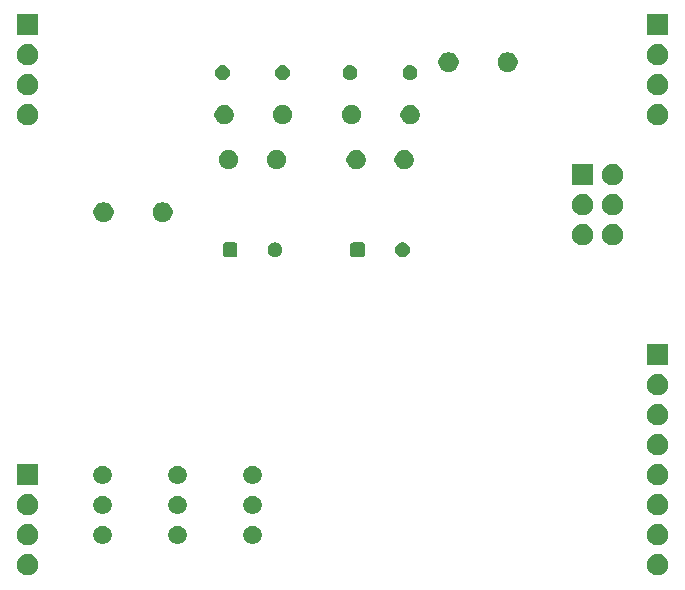
<source format=gbr>
G04 #@! TF.GenerationSoftware,KiCad,Pcbnew,5.1.6-c6e7f7d~87~ubuntu18.04.1*
G04 #@! TF.CreationDate,2020-08-01T20:03:32-04:00*
G04 #@! TF.ProjectId,mutron_III_plug_in_board,6d757472-6f6e-45f4-9949-495f706c7567,rev?*
G04 #@! TF.SameCoordinates,Original*
G04 #@! TF.FileFunction,Soldermask,Bot*
G04 #@! TF.FilePolarity,Negative*
%FSLAX46Y46*%
G04 Gerber Fmt 4.6, Leading zero omitted, Abs format (unit mm)*
G04 Created by KiCad (PCBNEW 5.1.6-c6e7f7d~87~ubuntu18.04.1) date 2020-08-01 20:03:32*
%MOMM*%
%LPD*%
G01*
G04 APERTURE LIST*
%ADD10C,0.100000*%
G04 APERTURE END LIST*
D10*
G36*
X157593512Y-98163927D02*
G01*
X157742812Y-98193624D01*
X157906784Y-98261544D01*
X158054354Y-98360147D01*
X158179853Y-98485646D01*
X158278456Y-98633216D01*
X158346376Y-98797188D01*
X158381000Y-98971259D01*
X158381000Y-99148741D01*
X158346376Y-99322812D01*
X158278456Y-99486784D01*
X158179853Y-99634354D01*
X158054354Y-99759853D01*
X157906784Y-99858456D01*
X157742812Y-99926376D01*
X157593512Y-99956073D01*
X157568742Y-99961000D01*
X157391258Y-99961000D01*
X157366488Y-99956073D01*
X157217188Y-99926376D01*
X157053216Y-99858456D01*
X156905646Y-99759853D01*
X156780147Y-99634354D01*
X156681544Y-99486784D01*
X156613624Y-99322812D01*
X156579000Y-99148741D01*
X156579000Y-98971259D01*
X156613624Y-98797188D01*
X156681544Y-98633216D01*
X156780147Y-98485646D01*
X156905646Y-98360147D01*
X157053216Y-98261544D01*
X157217188Y-98193624D01*
X157366488Y-98163927D01*
X157391258Y-98159000D01*
X157568742Y-98159000D01*
X157593512Y-98163927D01*
G37*
G36*
X104253512Y-98163927D02*
G01*
X104402812Y-98193624D01*
X104566784Y-98261544D01*
X104714354Y-98360147D01*
X104839853Y-98485646D01*
X104938456Y-98633216D01*
X105006376Y-98797188D01*
X105041000Y-98971259D01*
X105041000Y-99148741D01*
X105006376Y-99322812D01*
X104938456Y-99486784D01*
X104839853Y-99634354D01*
X104714354Y-99759853D01*
X104566784Y-99858456D01*
X104402812Y-99926376D01*
X104253512Y-99956073D01*
X104228742Y-99961000D01*
X104051258Y-99961000D01*
X104026488Y-99956073D01*
X103877188Y-99926376D01*
X103713216Y-99858456D01*
X103565646Y-99759853D01*
X103440147Y-99634354D01*
X103341544Y-99486784D01*
X103273624Y-99322812D01*
X103239000Y-99148741D01*
X103239000Y-98971259D01*
X103273624Y-98797188D01*
X103341544Y-98633216D01*
X103440147Y-98485646D01*
X103565646Y-98360147D01*
X103713216Y-98261544D01*
X103877188Y-98193624D01*
X104026488Y-98163927D01*
X104051258Y-98159000D01*
X104228742Y-98159000D01*
X104253512Y-98163927D01*
G37*
G36*
X104253512Y-95623927D02*
G01*
X104402812Y-95653624D01*
X104566784Y-95721544D01*
X104714354Y-95820147D01*
X104839853Y-95945646D01*
X104938456Y-96093216D01*
X105006376Y-96257188D01*
X105041000Y-96431259D01*
X105041000Y-96608741D01*
X105006376Y-96782812D01*
X104938456Y-96946784D01*
X104839853Y-97094354D01*
X104714354Y-97219853D01*
X104566784Y-97318456D01*
X104402812Y-97386376D01*
X104253512Y-97416073D01*
X104228742Y-97421000D01*
X104051258Y-97421000D01*
X104026488Y-97416073D01*
X103877188Y-97386376D01*
X103713216Y-97318456D01*
X103565646Y-97219853D01*
X103440147Y-97094354D01*
X103341544Y-96946784D01*
X103273624Y-96782812D01*
X103239000Y-96608741D01*
X103239000Y-96431259D01*
X103273624Y-96257188D01*
X103341544Y-96093216D01*
X103440147Y-95945646D01*
X103565646Y-95820147D01*
X103713216Y-95721544D01*
X103877188Y-95653624D01*
X104026488Y-95623927D01*
X104051258Y-95619000D01*
X104228742Y-95619000D01*
X104253512Y-95623927D01*
G37*
G36*
X157593512Y-95623927D02*
G01*
X157742812Y-95653624D01*
X157906784Y-95721544D01*
X158054354Y-95820147D01*
X158179853Y-95945646D01*
X158278456Y-96093216D01*
X158346376Y-96257188D01*
X158381000Y-96431259D01*
X158381000Y-96608741D01*
X158346376Y-96782812D01*
X158278456Y-96946784D01*
X158179853Y-97094354D01*
X158054354Y-97219853D01*
X157906784Y-97318456D01*
X157742812Y-97386376D01*
X157593512Y-97416073D01*
X157568742Y-97421000D01*
X157391258Y-97421000D01*
X157366488Y-97416073D01*
X157217188Y-97386376D01*
X157053216Y-97318456D01*
X156905646Y-97219853D01*
X156780147Y-97094354D01*
X156681544Y-96946784D01*
X156613624Y-96782812D01*
X156579000Y-96608741D01*
X156579000Y-96431259D01*
X156613624Y-96257188D01*
X156681544Y-96093216D01*
X156780147Y-95945646D01*
X156905646Y-95820147D01*
X157053216Y-95721544D01*
X157217188Y-95653624D01*
X157366488Y-95623927D01*
X157391258Y-95619000D01*
X157568742Y-95619000D01*
X157593512Y-95623927D01*
G37*
G36*
X116965589Y-95758876D02*
G01*
X117064893Y-95778629D01*
X117205206Y-95836748D01*
X117331484Y-95921125D01*
X117438875Y-96028516D01*
X117523252Y-96154794D01*
X117581371Y-96295107D01*
X117611000Y-96444063D01*
X117611000Y-96595937D01*
X117581371Y-96744893D01*
X117523252Y-96885206D01*
X117438875Y-97011484D01*
X117331484Y-97118875D01*
X117205206Y-97203252D01*
X117064893Y-97261371D01*
X116965589Y-97281124D01*
X116915938Y-97291000D01*
X116764062Y-97291000D01*
X116714411Y-97281124D01*
X116615107Y-97261371D01*
X116474794Y-97203252D01*
X116348516Y-97118875D01*
X116241125Y-97011484D01*
X116156748Y-96885206D01*
X116098629Y-96744893D01*
X116069000Y-96595937D01*
X116069000Y-96444063D01*
X116098629Y-96295107D01*
X116156748Y-96154794D01*
X116241125Y-96028516D01*
X116348516Y-95921125D01*
X116474794Y-95836748D01*
X116615107Y-95778629D01*
X116714411Y-95758876D01*
X116764062Y-95749000D01*
X116915938Y-95749000D01*
X116965589Y-95758876D01*
G37*
G36*
X110615589Y-95758876D02*
G01*
X110714893Y-95778629D01*
X110855206Y-95836748D01*
X110981484Y-95921125D01*
X111088875Y-96028516D01*
X111173252Y-96154794D01*
X111231371Y-96295107D01*
X111261000Y-96444063D01*
X111261000Y-96595937D01*
X111231371Y-96744893D01*
X111173252Y-96885206D01*
X111088875Y-97011484D01*
X110981484Y-97118875D01*
X110855206Y-97203252D01*
X110714893Y-97261371D01*
X110615589Y-97281124D01*
X110565938Y-97291000D01*
X110414062Y-97291000D01*
X110364411Y-97281124D01*
X110265107Y-97261371D01*
X110124794Y-97203252D01*
X109998516Y-97118875D01*
X109891125Y-97011484D01*
X109806748Y-96885206D01*
X109748629Y-96744893D01*
X109719000Y-96595937D01*
X109719000Y-96444063D01*
X109748629Y-96295107D01*
X109806748Y-96154794D01*
X109891125Y-96028516D01*
X109998516Y-95921125D01*
X110124794Y-95836748D01*
X110265107Y-95778629D01*
X110364411Y-95758876D01*
X110414062Y-95749000D01*
X110565938Y-95749000D01*
X110615589Y-95758876D01*
G37*
G36*
X123315589Y-95758876D02*
G01*
X123414893Y-95778629D01*
X123555206Y-95836748D01*
X123681484Y-95921125D01*
X123788875Y-96028516D01*
X123873252Y-96154794D01*
X123931371Y-96295107D01*
X123961000Y-96444063D01*
X123961000Y-96595937D01*
X123931371Y-96744893D01*
X123873252Y-96885206D01*
X123788875Y-97011484D01*
X123681484Y-97118875D01*
X123555206Y-97203252D01*
X123414893Y-97261371D01*
X123315589Y-97281124D01*
X123265938Y-97291000D01*
X123114062Y-97291000D01*
X123064411Y-97281124D01*
X122965107Y-97261371D01*
X122824794Y-97203252D01*
X122698516Y-97118875D01*
X122591125Y-97011484D01*
X122506748Y-96885206D01*
X122448629Y-96744893D01*
X122419000Y-96595937D01*
X122419000Y-96444063D01*
X122448629Y-96295107D01*
X122506748Y-96154794D01*
X122591125Y-96028516D01*
X122698516Y-95921125D01*
X122824794Y-95836748D01*
X122965107Y-95778629D01*
X123064411Y-95758876D01*
X123114062Y-95749000D01*
X123265938Y-95749000D01*
X123315589Y-95758876D01*
G37*
G36*
X104253512Y-93083927D02*
G01*
X104402812Y-93113624D01*
X104566784Y-93181544D01*
X104714354Y-93280147D01*
X104839853Y-93405646D01*
X104938456Y-93553216D01*
X105006376Y-93717188D01*
X105041000Y-93891259D01*
X105041000Y-94068741D01*
X105006376Y-94242812D01*
X104938456Y-94406784D01*
X104839853Y-94554354D01*
X104714354Y-94679853D01*
X104566784Y-94778456D01*
X104402812Y-94846376D01*
X104253512Y-94876073D01*
X104228742Y-94881000D01*
X104051258Y-94881000D01*
X104026488Y-94876073D01*
X103877188Y-94846376D01*
X103713216Y-94778456D01*
X103565646Y-94679853D01*
X103440147Y-94554354D01*
X103341544Y-94406784D01*
X103273624Y-94242812D01*
X103239000Y-94068741D01*
X103239000Y-93891259D01*
X103273624Y-93717188D01*
X103341544Y-93553216D01*
X103440147Y-93405646D01*
X103565646Y-93280147D01*
X103713216Y-93181544D01*
X103877188Y-93113624D01*
X104026488Y-93083927D01*
X104051258Y-93079000D01*
X104228742Y-93079000D01*
X104253512Y-93083927D01*
G37*
G36*
X157593512Y-93083927D02*
G01*
X157742812Y-93113624D01*
X157906784Y-93181544D01*
X158054354Y-93280147D01*
X158179853Y-93405646D01*
X158278456Y-93553216D01*
X158346376Y-93717188D01*
X158381000Y-93891259D01*
X158381000Y-94068741D01*
X158346376Y-94242812D01*
X158278456Y-94406784D01*
X158179853Y-94554354D01*
X158054354Y-94679853D01*
X157906784Y-94778456D01*
X157742812Y-94846376D01*
X157593512Y-94876073D01*
X157568742Y-94881000D01*
X157391258Y-94881000D01*
X157366488Y-94876073D01*
X157217188Y-94846376D01*
X157053216Y-94778456D01*
X156905646Y-94679853D01*
X156780147Y-94554354D01*
X156681544Y-94406784D01*
X156613624Y-94242812D01*
X156579000Y-94068741D01*
X156579000Y-93891259D01*
X156613624Y-93717188D01*
X156681544Y-93553216D01*
X156780147Y-93405646D01*
X156905646Y-93280147D01*
X157053216Y-93181544D01*
X157217188Y-93113624D01*
X157366488Y-93083927D01*
X157391258Y-93079000D01*
X157568742Y-93079000D01*
X157593512Y-93083927D01*
G37*
G36*
X110615589Y-93218876D02*
G01*
X110714893Y-93238629D01*
X110855206Y-93296748D01*
X110981484Y-93381125D01*
X111088875Y-93488516D01*
X111173252Y-93614794D01*
X111231371Y-93755107D01*
X111261000Y-93904063D01*
X111261000Y-94055937D01*
X111231371Y-94204893D01*
X111173252Y-94345206D01*
X111088875Y-94471484D01*
X110981484Y-94578875D01*
X110855206Y-94663252D01*
X110714893Y-94721371D01*
X110615589Y-94741124D01*
X110565938Y-94751000D01*
X110414062Y-94751000D01*
X110364411Y-94741124D01*
X110265107Y-94721371D01*
X110124794Y-94663252D01*
X109998516Y-94578875D01*
X109891125Y-94471484D01*
X109806748Y-94345206D01*
X109748629Y-94204893D01*
X109719000Y-94055937D01*
X109719000Y-93904063D01*
X109748629Y-93755107D01*
X109806748Y-93614794D01*
X109891125Y-93488516D01*
X109998516Y-93381125D01*
X110124794Y-93296748D01*
X110265107Y-93238629D01*
X110364411Y-93218876D01*
X110414062Y-93209000D01*
X110565938Y-93209000D01*
X110615589Y-93218876D01*
G37*
G36*
X116965589Y-93218876D02*
G01*
X117064893Y-93238629D01*
X117205206Y-93296748D01*
X117331484Y-93381125D01*
X117438875Y-93488516D01*
X117523252Y-93614794D01*
X117581371Y-93755107D01*
X117611000Y-93904063D01*
X117611000Y-94055937D01*
X117581371Y-94204893D01*
X117523252Y-94345206D01*
X117438875Y-94471484D01*
X117331484Y-94578875D01*
X117205206Y-94663252D01*
X117064893Y-94721371D01*
X116965589Y-94741124D01*
X116915938Y-94751000D01*
X116764062Y-94751000D01*
X116714411Y-94741124D01*
X116615107Y-94721371D01*
X116474794Y-94663252D01*
X116348516Y-94578875D01*
X116241125Y-94471484D01*
X116156748Y-94345206D01*
X116098629Y-94204893D01*
X116069000Y-94055937D01*
X116069000Y-93904063D01*
X116098629Y-93755107D01*
X116156748Y-93614794D01*
X116241125Y-93488516D01*
X116348516Y-93381125D01*
X116474794Y-93296748D01*
X116615107Y-93238629D01*
X116714411Y-93218876D01*
X116764062Y-93209000D01*
X116915938Y-93209000D01*
X116965589Y-93218876D01*
G37*
G36*
X123315589Y-93218876D02*
G01*
X123414893Y-93238629D01*
X123555206Y-93296748D01*
X123681484Y-93381125D01*
X123788875Y-93488516D01*
X123873252Y-93614794D01*
X123931371Y-93755107D01*
X123961000Y-93904063D01*
X123961000Y-94055937D01*
X123931371Y-94204893D01*
X123873252Y-94345206D01*
X123788875Y-94471484D01*
X123681484Y-94578875D01*
X123555206Y-94663252D01*
X123414893Y-94721371D01*
X123315589Y-94741124D01*
X123265938Y-94751000D01*
X123114062Y-94751000D01*
X123064411Y-94741124D01*
X122965107Y-94721371D01*
X122824794Y-94663252D01*
X122698516Y-94578875D01*
X122591125Y-94471484D01*
X122506748Y-94345206D01*
X122448629Y-94204893D01*
X122419000Y-94055937D01*
X122419000Y-93904063D01*
X122448629Y-93755107D01*
X122506748Y-93614794D01*
X122591125Y-93488516D01*
X122698516Y-93381125D01*
X122824794Y-93296748D01*
X122965107Y-93238629D01*
X123064411Y-93218876D01*
X123114062Y-93209000D01*
X123265938Y-93209000D01*
X123315589Y-93218876D01*
G37*
G36*
X157593512Y-90543927D02*
G01*
X157742812Y-90573624D01*
X157906784Y-90641544D01*
X158054354Y-90740147D01*
X158179853Y-90865646D01*
X158278456Y-91013216D01*
X158346376Y-91177188D01*
X158381000Y-91351259D01*
X158381000Y-91528741D01*
X158346376Y-91702812D01*
X158278456Y-91866784D01*
X158179853Y-92014354D01*
X158054354Y-92139853D01*
X157906784Y-92238456D01*
X157742812Y-92306376D01*
X157593512Y-92336073D01*
X157568742Y-92341000D01*
X157391258Y-92341000D01*
X157366488Y-92336073D01*
X157217188Y-92306376D01*
X157053216Y-92238456D01*
X156905646Y-92139853D01*
X156780147Y-92014354D01*
X156681544Y-91866784D01*
X156613624Y-91702812D01*
X156579000Y-91528741D01*
X156579000Y-91351259D01*
X156613624Y-91177188D01*
X156681544Y-91013216D01*
X156780147Y-90865646D01*
X156905646Y-90740147D01*
X157053216Y-90641544D01*
X157217188Y-90573624D01*
X157366488Y-90543927D01*
X157391258Y-90539000D01*
X157568742Y-90539000D01*
X157593512Y-90543927D01*
G37*
G36*
X105041000Y-92341000D02*
G01*
X103239000Y-92341000D01*
X103239000Y-90539000D01*
X105041000Y-90539000D01*
X105041000Y-92341000D01*
G37*
G36*
X123315589Y-90678876D02*
G01*
X123414893Y-90698629D01*
X123555206Y-90756748D01*
X123681484Y-90841125D01*
X123788875Y-90948516D01*
X123873252Y-91074794D01*
X123931371Y-91215107D01*
X123961000Y-91364063D01*
X123961000Y-91515937D01*
X123931371Y-91664893D01*
X123873252Y-91805206D01*
X123788875Y-91931484D01*
X123681484Y-92038875D01*
X123555206Y-92123252D01*
X123414893Y-92181371D01*
X123315589Y-92201124D01*
X123265938Y-92211000D01*
X123114062Y-92211000D01*
X123064411Y-92201124D01*
X122965107Y-92181371D01*
X122824794Y-92123252D01*
X122698516Y-92038875D01*
X122591125Y-91931484D01*
X122506748Y-91805206D01*
X122448629Y-91664893D01*
X122419000Y-91515937D01*
X122419000Y-91364063D01*
X122448629Y-91215107D01*
X122506748Y-91074794D01*
X122591125Y-90948516D01*
X122698516Y-90841125D01*
X122824794Y-90756748D01*
X122965107Y-90698629D01*
X123064411Y-90678876D01*
X123114062Y-90669000D01*
X123265938Y-90669000D01*
X123315589Y-90678876D01*
G37*
G36*
X110615589Y-90678876D02*
G01*
X110714893Y-90698629D01*
X110855206Y-90756748D01*
X110981484Y-90841125D01*
X111088875Y-90948516D01*
X111173252Y-91074794D01*
X111231371Y-91215107D01*
X111261000Y-91364063D01*
X111261000Y-91515937D01*
X111231371Y-91664893D01*
X111173252Y-91805206D01*
X111088875Y-91931484D01*
X110981484Y-92038875D01*
X110855206Y-92123252D01*
X110714893Y-92181371D01*
X110615589Y-92201124D01*
X110565938Y-92211000D01*
X110414062Y-92211000D01*
X110364411Y-92201124D01*
X110265107Y-92181371D01*
X110124794Y-92123252D01*
X109998516Y-92038875D01*
X109891125Y-91931484D01*
X109806748Y-91805206D01*
X109748629Y-91664893D01*
X109719000Y-91515937D01*
X109719000Y-91364063D01*
X109748629Y-91215107D01*
X109806748Y-91074794D01*
X109891125Y-90948516D01*
X109998516Y-90841125D01*
X110124794Y-90756748D01*
X110265107Y-90698629D01*
X110364411Y-90678876D01*
X110414062Y-90669000D01*
X110565938Y-90669000D01*
X110615589Y-90678876D01*
G37*
G36*
X116965589Y-90678876D02*
G01*
X117064893Y-90698629D01*
X117205206Y-90756748D01*
X117331484Y-90841125D01*
X117438875Y-90948516D01*
X117523252Y-91074794D01*
X117581371Y-91215107D01*
X117611000Y-91364063D01*
X117611000Y-91515937D01*
X117581371Y-91664893D01*
X117523252Y-91805206D01*
X117438875Y-91931484D01*
X117331484Y-92038875D01*
X117205206Y-92123252D01*
X117064893Y-92181371D01*
X116965589Y-92201124D01*
X116915938Y-92211000D01*
X116764062Y-92211000D01*
X116714411Y-92201124D01*
X116615107Y-92181371D01*
X116474794Y-92123252D01*
X116348516Y-92038875D01*
X116241125Y-91931484D01*
X116156748Y-91805206D01*
X116098629Y-91664893D01*
X116069000Y-91515937D01*
X116069000Y-91364063D01*
X116098629Y-91215107D01*
X116156748Y-91074794D01*
X116241125Y-90948516D01*
X116348516Y-90841125D01*
X116474794Y-90756748D01*
X116615107Y-90698629D01*
X116714411Y-90678876D01*
X116764062Y-90669000D01*
X116915938Y-90669000D01*
X116965589Y-90678876D01*
G37*
G36*
X157593512Y-88003927D02*
G01*
X157742812Y-88033624D01*
X157906784Y-88101544D01*
X158054354Y-88200147D01*
X158179853Y-88325646D01*
X158278456Y-88473216D01*
X158346376Y-88637188D01*
X158381000Y-88811259D01*
X158381000Y-88988741D01*
X158346376Y-89162812D01*
X158278456Y-89326784D01*
X158179853Y-89474354D01*
X158054354Y-89599853D01*
X157906784Y-89698456D01*
X157742812Y-89766376D01*
X157593512Y-89796073D01*
X157568742Y-89801000D01*
X157391258Y-89801000D01*
X157366488Y-89796073D01*
X157217188Y-89766376D01*
X157053216Y-89698456D01*
X156905646Y-89599853D01*
X156780147Y-89474354D01*
X156681544Y-89326784D01*
X156613624Y-89162812D01*
X156579000Y-88988741D01*
X156579000Y-88811259D01*
X156613624Y-88637188D01*
X156681544Y-88473216D01*
X156780147Y-88325646D01*
X156905646Y-88200147D01*
X157053216Y-88101544D01*
X157217188Y-88033624D01*
X157366488Y-88003927D01*
X157391258Y-87999000D01*
X157568742Y-87999000D01*
X157593512Y-88003927D01*
G37*
G36*
X157593512Y-85463927D02*
G01*
X157742812Y-85493624D01*
X157906784Y-85561544D01*
X158054354Y-85660147D01*
X158179853Y-85785646D01*
X158278456Y-85933216D01*
X158346376Y-86097188D01*
X158381000Y-86271259D01*
X158381000Y-86448741D01*
X158346376Y-86622812D01*
X158278456Y-86786784D01*
X158179853Y-86934354D01*
X158054354Y-87059853D01*
X157906784Y-87158456D01*
X157742812Y-87226376D01*
X157593512Y-87256073D01*
X157568742Y-87261000D01*
X157391258Y-87261000D01*
X157366488Y-87256073D01*
X157217188Y-87226376D01*
X157053216Y-87158456D01*
X156905646Y-87059853D01*
X156780147Y-86934354D01*
X156681544Y-86786784D01*
X156613624Y-86622812D01*
X156579000Y-86448741D01*
X156579000Y-86271259D01*
X156613624Y-86097188D01*
X156681544Y-85933216D01*
X156780147Y-85785646D01*
X156905646Y-85660147D01*
X157053216Y-85561544D01*
X157217188Y-85493624D01*
X157366488Y-85463927D01*
X157391258Y-85459000D01*
X157568742Y-85459000D01*
X157593512Y-85463927D01*
G37*
G36*
X157593512Y-82923927D02*
G01*
X157742812Y-82953624D01*
X157906784Y-83021544D01*
X158054354Y-83120147D01*
X158179853Y-83245646D01*
X158278456Y-83393216D01*
X158346376Y-83557188D01*
X158381000Y-83731259D01*
X158381000Y-83908741D01*
X158346376Y-84082812D01*
X158278456Y-84246784D01*
X158179853Y-84394354D01*
X158054354Y-84519853D01*
X157906784Y-84618456D01*
X157742812Y-84686376D01*
X157593512Y-84716073D01*
X157568742Y-84721000D01*
X157391258Y-84721000D01*
X157366488Y-84716073D01*
X157217188Y-84686376D01*
X157053216Y-84618456D01*
X156905646Y-84519853D01*
X156780147Y-84394354D01*
X156681544Y-84246784D01*
X156613624Y-84082812D01*
X156579000Y-83908741D01*
X156579000Y-83731259D01*
X156613624Y-83557188D01*
X156681544Y-83393216D01*
X156780147Y-83245646D01*
X156905646Y-83120147D01*
X157053216Y-83021544D01*
X157217188Y-82953624D01*
X157366488Y-82923927D01*
X157391258Y-82919000D01*
X157568742Y-82919000D01*
X157593512Y-82923927D01*
G37*
G36*
X158381000Y-82181000D02*
G01*
X156579000Y-82181000D01*
X156579000Y-80379000D01*
X158381000Y-80379000D01*
X158381000Y-82181000D01*
G37*
G36*
X125267597Y-71788056D02*
G01*
X125381521Y-71835245D01*
X125381522Y-71835246D01*
X125484052Y-71903754D01*
X125571246Y-71990948D01*
X125571247Y-71990950D01*
X125639755Y-72093479D01*
X125686944Y-72207403D01*
X125711000Y-72328343D01*
X125711000Y-72451657D01*
X125686944Y-72572597D01*
X125639755Y-72686521D01*
X125639754Y-72686522D01*
X125571246Y-72789052D01*
X125484052Y-72876246D01*
X125442017Y-72904333D01*
X125381521Y-72944755D01*
X125267597Y-72991944D01*
X125146657Y-73016000D01*
X125023343Y-73016000D01*
X124902403Y-72991944D01*
X124788479Y-72944755D01*
X124727983Y-72904333D01*
X124685948Y-72876246D01*
X124598754Y-72789052D01*
X124530246Y-72686522D01*
X124530245Y-72686521D01*
X124483056Y-72572597D01*
X124459000Y-72451657D01*
X124459000Y-72328343D01*
X124483056Y-72207403D01*
X124530245Y-72093479D01*
X124598753Y-71990950D01*
X124598754Y-71990948D01*
X124685948Y-71903754D01*
X124788478Y-71835246D01*
X124788479Y-71835245D01*
X124902403Y-71788056D01*
X125023343Y-71764000D01*
X125146657Y-71764000D01*
X125267597Y-71788056D01*
G37*
G36*
X132504250Y-71769406D02*
G01*
X132551133Y-71783628D01*
X132594333Y-71806719D01*
X132632203Y-71837797D01*
X132663281Y-71875667D01*
X132686372Y-71918867D01*
X132700594Y-71965750D01*
X132706000Y-72020640D01*
X132706000Y-72759360D01*
X132700594Y-72814250D01*
X132686372Y-72861133D01*
X132663281Y-72904333D01*
X132632203Y-72942203D01*
X132594333Y-72973281D01*
X132551133Y-72996372D01*
X132504250Y-73010594D01*
X132449360Y-73016000D01*
X131710640Y-73016000D01*
X131655750Y-73010594D01*
X131608867Y-72996372D01*
X131565667Y-72973281D01*
X131527797Y-72942203D01*
X131496719Y-72904333D01*
X131473628Y-72861133D01*
X131459406Y-72814250D01*
X131454000Y-72759360D01*
X131454000Y-72020640D01*
X131459406Y-71965750D01*
X131473628Y-71918867D01*
X131496719Y-71875667D01*
X131527797Y-71837797D01*
X131565667Y-71806719D01*
X131608867Y-71783628D01*
X131655750Y-71769406D01*
X131710640Y-71764000D01*
X132449360Y-71764000D01*
X132504250Y-71769406D01*
G37*
G36*
X136062597Y-71788056D02*
G01*
X136176521Y-71835245D01*
X136176522Y-71835246D01*
X136279052Y-71903754D01*
X136366246Y-71990948D01*
X136366247Y-71990950D01*
X136434755Y-72093479D01*
X136481944Y-72207403D01*
X136506000Y-72328343D01*
X136506000Y-72451657D01*
X136481944Y-72572597D01*
X136434755Y-72686521D01*
X136434754Y-72686522D01*
X136366246Y-72789052D01*
X136279052Y-72876246D01*
X136237017Y-72904333D01*
X136176521Y-72944755D01*
X136062597Y-72991944D01*
X135941657Y-73016000D01*
X135818343Y-73016000D01*
X135697403Y-72991944D01*
X135583479Y-72944755D01*
X135522983Y-72904333D01*
X135480948Y-72876246D01*
X135393754Y-72789052D01*
X135325246Y-72686522D01*
X135325245Y-72686521D01*
X135278056Y-72572597D01*
X135254000Y-72451657D01*
X135254000Y-72328343D01*
X135278056Y-72207403D01*
X135325245Y-72093479D01*
X135393753Y-71990950D01*
X135393754Y-71990948D01*
X135480948Y-71903754D01*
X135583478Y-71835246D01*
X135583479Y-71835245D01*
X135697403Y-71788056D01*
X135818343Y-71764000D01*
X135941657Y-71764000D01*
X136062597Y-71788056D01*
G37*
G36*
X121709250Y-71769406D02*
G01*
X121756133Y-71783628D01*
X121799333Y-71806719D01*
X121837203Y-71837797D01*
X121868281Y-71875667D01*
X121891372Y-71918867D01*
X121905594Y-71965750D01*
X121911000Y-72020640D01*
X121911000Y-72759360D01*
X121905594Y-72814250D01*
X121891372Y-72861133D01*
X121868281Y-72904333D01*
X121837203Y-72942203D01*
X121799333Y-72973281D01*
X121756133Y-72996372D01*
X121709250Y-73010594D01*
X121654360Y-73016000D01*
X120915640Y-73016000D01*
X120860750Y-73010594D01*
X120813867Y-72996372D01*
X120770667Y-72973281D01*
X120732797Y-72942203D01*
X120701719Y-72904333D01*
X120678628Y-72861133D01*
X120664406Y-72814250D01*
X120659000Y-72759360D01*
X120659000Y-72020640D01*
X120664406Y-71965750D01*
X120678628Y-71918867D01*
X120701719Y-71875667D01*
X120732797Y-71837797D01*
X120770667Y-71806719D01*
X120813867Y-71783628D01*
X120860750Y-71769406D01*
X120915640Y-71764000D01*
X121654360Y-71764000D01*
X121709250Y-71769406D01*
G37*
G36*
X153783512Y-70223927D02*
G01*
X153932812Y-70253624D01*
X154096784Y-70321544D01*
X154244354Y-70420147D01*
X154369853Y-70545646D01*
X154468456Y-70693216D01*
X154536376Y-70857188D01*
X154571000Y-71031259D01*
X154571000Y-71208741D01*
X154536376Y-71382812D01*
X154468456Y-71546784D01*
X154369853Y-71694354D01*
X154244354Y-71819853D01*
X154096784Y-71918456D01*
X153932812Y-71986376D01*
X153784195Y-72015937D01*
X153758742Y-72021000D01*
X153581258Y-72021000D01*
X153555805Y-72015937D01*
X153407188Y-71986376D01*
X153243216Y-71918456D01*
X153095646Y-71819853D01*
X152970147Y-71694354D01*
X152871544Y-71546784D01*
X152803624Y-71382812D01*
X152769000Y-71208741D01*
X152769000Y-71031259D01*
X152803624Y-70857188D01*
X152871544Y-70693216D01*
X152970147Y-70545646D01*
X153095646Y-70420147D01*
X153243216Y-70321544D01*
X153407188Y-70253624D01*
X153556488Y-70223927D01*
X153581258Y-70219000D01*
X153758742Y-70219000D01*
X153783512Y-70223927D01*
G37*
G36*
X151243512Y-70223927D02*
G01*
X151392812Y-70253624D01*
X151556784Y-70321544D01*
X151704354Y-70420147D01*
X151829853Y-70545646D01*
X151928456Y-70693216D01*
X151996376Y-70857188D01*
X152031000Y-71031259D01*
X152031000Y-71208741D01*
X151996376Y-71382812D01*
X151928456Y-71546784D01*
X151829853Y-71694354D01*
X151704354Y-71819853D01*
X151556784Y-71918456D01*
X151392812Y-71986376D01*
X151244195Y-72015937D01*
X151218742Y-72021000D01*
X151041258Y-72021000D01*
X151015805Y-72015937D01*
X150867188Y-71986376D01*
X150703216Y-71918456D01*
X150555646Y-71819853D01*
X150430147Y-71694354D01*
X150331544Y-71546784D01*
X150263624Y-71382812D01*
X150229000Y-71208741D01*
X150229000Y-71031259D01*
X150263624Y-70857188D01*
X150331544Y-70693216D01*
X150430147Y-70545646D01*
X150555646Y-70420147D01*
X150703216Y-70321544D01*
X150867188Y-70253624D01*
X151016488Y-70223927D01*
X151041258Y-70219000D01*
X151218742Y-70219000D01*
X151243512Y-70223927D01*
G37*
G36*
X110818228Y-68396703D02*
G01*
X110973100Y-68460853D01*
X111112481Y-68553985D01*
X111231015Y-68672519D01*
X111324147Y-68811900D01*
X111388297Y-68966772D01*
X111421000Y-69131184D01*
X111421000Y-69298816D01*
X111388297Y-69463228D01*
X111324147Y-69618100D01*
X111231015Y-69757481D01*
X111112481Y-69876015D01*
X110973100Y-69969147D01*
X110818228Y-70033297D01*
X110653816Y-70066000D01*
X110486184Y-70066000D01*
X110321772Y-70033297D01*
X110166900Y-69969147D01*
X110027519Y-69876015D01*
X109908985Y-69757481D01*
X109815853Y-69618100D01*
X109751703Y-69463228D01*
X109719000Y-69298816D01*
X109719000Y-69131184D01*
X109751703Y-68966772D01*
X109815853Y-68811900D01*
X109908985Y-68672519D01*
X110027519Y-68553985D01*
X110166900Y-68460853D01*
X110321772Y-68396703D01*
X110486184Y-68364000D01*
X110653816Y-68364000D01*
X110818228Y-68396703D01*
G37*
G36*
X115818228Y-68396703D02*
G01*
X115973100Y-68460853D01*
X116112481Y-68553985D01*
X116231015Y-68672519D01*
X116324147Y-68811900D01*
X116388297Y-68966772D01*
X116421000Y-69131184D01*
X116421000Y-69298816D01*
X116388297Y-69463228D01*
X116324147Y-69618100D01*
X116231015Y-69757481D01*
X116112481Y-69876015D01*
X115973100Y-69969147D01*
X115818228Y-70033297D01*
X115653816Y-70066000D01*
X115486184Y-70066000D01*
X115321772Y-70033297D01*
X115166900Y-69969147D01*
X115027519Y-69876015D01*
X114908985Y-69757481D01*
X114815853Y-69618100D01*
X114751703Y-69463228D01*
X114719000Y-69298816D01*
X114719000Y-69131184D01*
X114751703Y-68966772D01*
X114815853Y-68811900D01*
X114908985Y-68672519D01*
X115027519Y-68553985D01*
X115166900Y-68460853D01*
X115321772Y-68396703D01*
X115486184Y-68364000D01*
X115653816Y-68364000D01*
X115818228Y-68396703D01*
G37*
G36*
X151243512Y-67683927D02*
G01*
X151392812Y-67713624D01*
X151556784Y-67781544D01*
X151704354Y-67880147D01*
X151829853Y-68005646D01*
X151928456Y-68153216D01*
X151996376Y-68317188D01*
X152031000Y-68491259D01*
X152031000Y-68668741D01*
X151996376Y-68842812D01*
X151928456Y-69006784D01*
X151829853Y-69154354D01*
X151704354Y-69279853D01*
X151556784Y-69378456D01*
X151392812Y-69446376D01*
X151243512Y-69476073D01*
X151218742Y-69481000D01*
X151041258Y-69481000D01*
X151016488Y-69476073D01*
X150867188Y-69446376D01*
X150703216Y-69378456D01*
X150555646Y-69279853D01*
X150430147Y-69154354D01*
X150331544Y-69006784D01*
X150263624Y-68842812D01*
X150229000Y-68668741D01*
X150229000Y-68491259D01*
X150263624Y-68317188D01*
X150331544Y-68153216D01*
X150430147Y-68005646D01*
X150555646Y-67880147D01*
X150703216Y-67781544D01*
X150867188Y-67713624D01*
X151016488Y-67683927D01*
X151041258Y-67679000D01*
X151218742Y-67679000D01*
X151243512Y-67683927D01*
G37*
G36*
X153783512Y-67683927D02*
G01*
X153932812Y-67713624D01*
X154096784Y-67781544D01*
X154244354Y-67880147D01*
X154369853Y-68005646D01*
X154468456Y-68153216D01*
X154536376Y-68317188D01*
X154571000Y-68491259D01*
X154571000Y-68668741D01*
X154536376Y-68842812D01*
X154468456Y-69006784D01*
X154369853Y-69154354D01*
X154244354Y-69279853D01*
X154096784Y-69378456D01*
X153932812Y-69446376D01*
X153783512Y-69476073D01*
X153758742Y-69481000D01*
X153581258Y-69481000D01*
X153556488Y-69476073D01*
X153407188Y-69446376D01*
X153243216Y-69378456D01*
X153095646Y-69279853D01*
X152970147Y-69154354D01*
X152871544Y-69006784D01*
X152803624Y-68842812D01*
X152769000Y-68668741D01*
X152769000Y-68491259D01*
X152803624Y-68317188D01*
X152871544Y-68153216D01*
X152970147Y-68005646D01*
X153095646Y-67880147D01*
X153243216Y-67781544D01*
X153407188Y-67713624D01*
X153556488Y-67683927D01*
X153581258Y-67679000D01*
X153758742Y-67679000D01*
X153783512Y-67683927D01*
G37*
G36*
X153783512Y-65143927D02*
G01*
X153932812Y-65173624D01*
X154096784Y-65241544D01*
X154244354Y-65340147D01*
X154369853Y-65465646D01*
X154468456Y-65613216D01*
X154536376Y-65777188D01*
X154571000Y-65951259D01*
X154571000Y-66128741D01*
X154536376Y-66302812D01*
X154468456Y-66466784D01*
X154369853Y-66614354D01*
X154244354Y-66739853D01*
X154096784Y-66838456D01*
X153932812Y-66906376D01*
X153783512Y-66936073D01*
X153758742Y-66941000D01*
X153581258Y-66941000D01*
X153556488Y-66936073D01*
X153407188Y-66906376D01*
X153243216Y-66838456D01*
X153095646Y-66739853D01*
X152970147Y-66614354D01*
X152871544Y-66466784D01*
X152803624Y-66302812D01*
X152769000Y-66128741D01*
X152769000Y-65951259D01*
X152803624Y-65777188D01*
X152871544Y-65613216D01*
X152970147Y-65465646D01*
X153095646Y-65340147D01*
X153243216Y-65241544D01*
X153407188Y-65173624D01*
X153556488Y-65143927D01*
X153581258Y-65139000D01*
X153758742Y-65139000D01*
X153783512Y-65143927D01*
G37*
G36*
X152031000Y-66941000D02*
G01*
X150229000Y-66941000D01*
X150229000Y-65139000D01*
X152031000Y-65139000D01*
X152031000Y-66941000D01*
G37*
G36*
X132190142Y-63988242D02*
G01*
X132338101Y-64049529D01*
X132471255Y-64138499D01*
X132584501Y-64251745D01*
X132673471Y-64384899D01*
X132734758Y-64532858D01*
X132766000Y-64689925D01*
X132766000Y-64850075D01*
X132734758Y-65007142D01*
X132673471Y-65155101D01*
X132584501Y-65288255D01*
X132471255Y-65401501D01*
X132338101Y-65490471D01*
X132190142Y-65551758D01*
X132033075Y-65583000D01*
X131872925Y-65583000D01*
X131715858Y-65551758D01*
X131567899Y-65490471D01*
X131434745Y-65401501D01*
X131321499Y-65288255D01*
X131232529Y-65155101D01*
X131171242Y-65007142D01*
X131140000Y-64850075D01*
X131140000Y-64689925D01*
X131171242Y-64532858D01*
X131232529Y-64384899D01*
X131321499Y-64251745D01*
X131434745Y-64138499D01*
X131567899Y-64049529D01*
X131715858Y-63988242D01*
X131872925Y-63957000D01*
X132033075Y-63957000D01*
X132190142Y-63988242D01*
G37*
G36*
X125459142Y-63988242D02*
G01*
X125607101Y-64049529D01*
X125740255Y-64138499D01*
X125853501Y-64251745D01*
X125942471Y-64384899D01*
X126003758Y-64532858D01*
X126035000Y-64689925D01*
X126035000Y-64850075D01*
X126003758Y-65007142D01*
X125942471Y-65155101D01*
X125853501Y-65288255D01*
X125740255Y-65401501D01*
X125607101Y-65490471D01*
X125459142Y-65551758D01*
X125302075Y-65583000D01*
X125141925Y-65583000D01*
X124984858Y-65551758D01*
X124836899Y-65490471D01*
X124703745Y-65401501D01*
X124590499Y-65288255D01*
X124501529Y-65155101D01*
X124440242Y-65007142D01*
X124409000Y-64850075D01*
X124409000Y-64689925D01*
X124440242Y-64532858D01*
X124501529Y-64384899D01*
X124590499Y-64251745D01*
X124703745Y-64138499D01*
X124836899Y-64049529D01*
X124984858Y-63988242D01*
X125141925Y-63957000D01*
X125302075Y-63957000D01*
X125459142Y-63988242D01*
G37*
G36*
X121395142Y-63988242D02*
G01*
X121543101Y-64049529D01*
X121676255Y-64138499D01*
X121789501Y-64251745D01*
X121878471Y-64384899D01*
X121939758Y-64532858D01*
X121971000Y-64689925D01*
X121971000Y-64850075D01*
X121939758Y-65007142D01*
X121878471Y-65155101D01*
X121789501Y-65288255D01*
X121676255Y-65401501D01*
X121543101Y-65490471D01*
X121395142Y-65551758D01*
X121238075Y-65583000D01*
X121077925Y-65583000D01*
X120920858Y-65551758D01*
X120772899Y-65490471D01*
X120639745Y-65401501D01*
X120526499Y-65288255D01*
X120437529Y-65155101D01*
X120376242Y-65007142D01*
X120345000Y-64850075D01*
X120345000Y-64689925D01*
X120376242Y-64532858D01*
X120437529Y-64384899D01*
X120526499Y-64251745D01*
X120639745Y-64138499D01*
X120772899Y-64049529D01*
X120920858Y-63988242D01*
X121077925Y-63957000D01*
X121238075Y-63957000D01*
X121395142Y-63988242D01*
G37*
G36*
X136254142Y-63988242D02*
G01*
X136402101Y-64049529D01*
X136535255Y-64138499D01*
X136648501Y-64251745D01*
X136737471Y-64384899D01*
X136798758Y-64532858D01*
X136830000Y-64689925D01*
X136830000Y-64850075D01*
X136798758Y-65007142D01*
X136737471Y-65155101D01*
X136648501Y-65288255D01*
X136535255Y-65401501D01*
X136402101Y-65490471D01*
X136254142Y-65551758D01*
X136097075Y-65583000D01*
X135936925Y-65583000D01*
X135779858Y-65551758D01*
X135631899Y-65490471D01*
X135498745Y-65401501D01*
X135385499Y-65288255D01*
X135296529Y-65155101D01*
X135235242Y-65007142D01*
X135204000Y-64850075D01*
X135204000Y-64689925D01*
X135235242Y-64532858D01*
X135296529Y-64384899D01*
X135385499Y-64251745D01*
X135498745Y-64138499D01*
X135631899Y-64049529D01*
X135779858Y-63988242D01*
X135936925Y-63957000D01*
X136097075Y-63957000D01*
X136254142Y-63988242D01*
G37*
G36*
X157593512Y-60063927D02*
G01*
X157742812Y-60093624D01*
X157906784Y-60161544D01*
X158054354Y-60260147D01*
X158179853Y-60385646D01*
X158278456Y-60533216D01*
X158346376Y-60697188D01*
X158381000Y-60871259D01*
X158381000Y-61048741D01*
X158346376Y-61222812D01*
X158278456Y-61386784D01*
X158179853Y-61534354D01*
X158054354Y-61659853D01*
X157906784Y-61758456D01*
X157742812Y-61826376D01*
X157593512Y-61856073D01*
X157568742Y-61861000D01*
X157391258Y-61861000D01*
X157366488Y-61856073D01*
X157217188Y-61826376D01*
X157053216Y-61758456D01*
X156905646Y-61659853D01*
X156780147Y-61534354D01*
X156681544Y-61386784D01*
X156613624Y-61222812D01*
X156579000Y-61048741D01*
X156579000Y-60871259D01*
X156613624Y-60697188D01*
X156681544Y-60533216D01*
X156780147Y-60385646D01*
X156905646Y-60260147D01*
X157053216Y-60161544D01*
X157217188Y-60093624D01*
X157366488Y-60063927D01*
X157391258Y-60059000D01*
X157568742Y-60059000D01*
X157593512Y-60063927D01*
G37*
G36*
X104253512Y-60063927D02*
G01*
X104402812Y-60093624D01*
X104566784Y-60161544D01*
X104714354Y-60260147D01*
X104839853Y-60385646D01*
X104938456Y-60533216D01*
X105006376Y-60697188D01*
X105041000Y-60871259D01*
X105041000Y-61048741D01*
X105006376Y-61222812D01*
X104938456Y-61386784D01*
X104839853Y-61534354D01*
X104714354Y-61659853D01*
X104566784Y-61758456D01*
X104402812Y-61826376D01*
X104253512Y-61856073D01*
X104228742Y-61861000D01*
X104051258Y-61861000D01*
X104026488Y-61856073D01*
X103877188Y-61826376D01*
X103713216Y-61758456D01*
X103565646Y-61659853D01*
X103440147Y-61534354D01*
X103341544Y-61386784D01*
X103273624Y-61222812D01*
X103239000Y-61048741D01*
X103239000Y-60871259D01*
X103273624Y-60697188D01*
X103341544Y-60533216D01*
X103440147Y-60385646D01*
X103565646Y-60260147D01*
X103713216Y-60161544D01*
X103877188Y-60093624D01*
X104026488Y-60063927D01*
X104051258Y-60059000D01*
X104228742Y-60059000D01*
X104253512Y-60063927D01*
G37*
G36*
X125967142Y-60178242D02*
G01*
X126115101Y-60239529D01*
X126248255Y-60328499D01*
X126361501Y-60441745D01*
X126450471Y-60574899D01*
X126511758Y-60722858D01*
X126543000Y-60879925D01*
X126543000Y-61040075D01*
X126511758Y-61197142D01*
X126450471Y-61345101D01*
X126361501Y-61478255D01*
X126248255Y-61591501D01*
X126115101Y-61680471D01*
X125967142Y-61741758D01*
X125810075Y-61773000D01*
X125649925Y-61773000D01*
X125492858Y-61741758D01*
X125344899Y-61680471D01*
X125211745Y-61591501D01*
X125098499Y-61478255D01*
X125009529Y-61345101D01*
X124948242Y-61197142D01*
X124917000Y-61040075D01*
X124917000Y-60879925D01*
X124948242Y-60722858D01*
X125009529Y-60574899D01*
X125098499Y-60441745D01*
X125211745Y-60328499D01*
X125344899Y-60239529D01*
X125492858Y-60178242D01*
X125649925Y-60147000D01*
X125810075Y-60147000D01*
X125967142Y-60178242D01*
G37*
G36*
X121014142Y-60178242D02*
G01*
X121162101Y-60239529D01*
X121295255Y-60328499D01*
X121408501Y-60441745D01*
X121497471Y-60574899D01*
X121558758Y-60722858D01*
X121590000Y-60879925D01*
X121590000Y-61040075D01*
X121558758Y-61197142D01*
X121497471Y-61345101D01*
X121408501Y-61478255D01*
X121295255Y-61591501D01*
X121162101Y-61680471D01*
X121014142Y-61741758D01*
X120857075Y-61773000D01*
X120696925Y-61773000D01*
X120539858Y-61741758D01*
X120391899Y-61680471D01*
X120258745Y-61591501D01*
X120145499Y-61478255D01*
X120056529Y-61345101D01*
X119995242Y-61197142D01*
X119964000Y-61040075D01*
X119964000Y-60879925D01*
X119995242Y-60722858D01*
X120056529Y-60574899D01*
X120145499Y-60441745D01*
X120258745Y-60328499D01*
X120391899Y-60239529D01*
X120539858Y-60178242D01*
X120696925Y-60147000D01*
X120857075Y-60147000D01*
X121014142Y-60178242D01*
G37*
G36*
X131809142Y-60178242D02*
G01*
X131957101Y-60239529D01*
X132090255Y-60328499D01*
X132203501Y-60441745D01*
X132292471Y-60574899D01*
X132353758Y-60722858D01*
X132385000Y-60879925D01*
X132385000Y-61040075D01*
X132353758Y-61197142D01*
X132292471Y-61345101D01*
X132203501Y-61478255D01*
X132090255Y-61591501D01*
X131957101Y-61680471D01*
X131809142Y-61741758D01*
X131652075Y-61773000D01*
X131491925Y-61773000D01*
X131334858Y-61741758D01*
X131186899Y-61680471D01*
X131053745Y-61591501D01*
X130940499Y-61478255D01*
X130851529Y-61345101D01*
X130790242Y-61197142D01*
X130759000Y-61040075D01*
X130759000Y-60879925D01*
X130790242Y-60722858D01*
X130851529Y-60574899D01*
X130940499Y-60441745D01*
X131053745Y-60328499D01*
X131186899Y-60239529D01*
X131334858Y-60178242D01*
X131491925Y-60147000D01*
X131652075Y-60147000D01*
X131809142Y-60178242D01*
G37*
G36*
X136762142Y-60178242D02*
G01*
X136910101Y-60239529D01*
X137043255Y-60328499D01*
X137156501Y-60441745D01*
X137245471Y-60574899D01*
X137306758Y-60722858D01*
X137338000Y-60879925D01*
X137338000Y-61040075D01*
X137306758Y-61197142D01*
X137245471Y-61345101D01*
X137156501Y-61478255D01*
X137043255Y-61591501D01*
X136910101Y-61680471D01*
X136762142Y-61741758D01*
X136605075Y-61773000D01*
X136444925Y-61773000D01*
X136287858Y-61741758D01*
X136139899Y-61680471D01*
X136006745Y-61591501D01*
X135893499Y-61478255D01*
X135804529Y-61345101D01*
X135743242Y-61197142D01*
X135712000Y-61040075D01*
X135712000Y-60879925D01*
X135743242Y-60722858D01*
X135804529Y-60574899D01*
X135893499Y-60441745D01*
X136006745Y-60328499D01*
X136139899Y-60239529D01*
X136287858Y-60178242D01*
X136444925Y-60147000D01*
X136605075Y-60147000D01*
X136762142Y-60178242D01*
G37*
G36*
X104253512Y-57523927D02*
G01*
X104402812Y-57553624D01*
X104566784Y-57621544D01*
X104714354Y-57720147D01*
X104839853Y-57845646D01*
X104938456Y-57993216D01*
X105006376Y-58157188D01*
X105041000Y-58331259D01*
X105041000Y-58508741D01*
X105006376Y-58682812D01*
X104938456Y-58846784D01*
X104839853Y-58994354D01*
X104714354Y-59119853D01*
X104566784Y-59218456D01*
X104402812Y-59286376D01*
X104253512Y-59316073D01*
X104228742Y-59321000D01*
X104051258Y-59321000D01*
X104026488Y-59316073D01*
X103877188Y-59286376D01*
X103713216Y-59218456D01*
X103565646Y-59119853D01*
X103440147Y-58994354D01*
X103341544Y-58846784D01*
X103273624Y-58682812D01*
X103239000Y-58508741D01*
X103239000Y-58331259D01*
X103273624Y-58157188D01*
X103341544Y-57993216D01*
X103440147Y-57845646D01*
X103565646Y-57720147D01*
X103713216Y-57621544D01*
X103877188Y-57553624D01*
X104026488Y-57523927D01*
X104051258Y-57519000D01*
X104228742Y-57519000D01*
X104253512Y-57523927D01*
G37*
G36*
X157593512Y-57523927D02*
G01*
X157742812Y-57553624D01*
X157906784Y-57621544D01*
X158054354Y-57720147D01*
X158179853Y-57845646D01*
X158278456Y-57993216D01*
X158346376Y-58157188D01*
X158381000Y-58331259D01*
X158381000Y-58508741D01*
X158346376Y-58682812D01*
X158278456Y-58846784D01*
X158179853Y-58994354D01*
X158054354Y-59119853D01*
X157906784Y-59218456D01*
X157742812Y-59286376D01*
X157593512Y-59316073D01*
X157568742Y-59321000D01*
X157391258Y-59321000D01*
X157366488Y-59316073D01*
X157217188Y-59286376D01*
X157053216Y-59218456D01*
X156905646Y-59119853D01*
X156780147Y-58994354D01*
X156681544Y-58846784D01*
X156613624Y-58682812D01*
X156579000Y-58508741D01*
X156579000Y-58331259D01*
X156613624Y-58157188D01*
X156681544Y-57993216D01*
X156780147Y-57845646D01*
X156905646Y-57720147D01*
X157053216Y-57621544D01*
X157217188Y-57553624D01*
X157366488Y-57523927D01*
X157391258Y-57519000D01*
X157568742Y-57519000D01*
X157593512Y-57523927D01*
G37*
G36*
X131622597Y-56788056D02*
G01*
X131736521Y-56835245D01*
X131736522Y-56835246D01*
X131839052Y-56903754D01*
X131926246Y-56990948D01*
X131926247Y-56990950D01*
X131994755Y-57093479D01*
X132041944Y-57207403D01*
X132066000Y-57328343D01*
X132066000Y-57451657D01*
X132041944Y-57572597D01*
X131994755Y-57686521D01*
X131994754Y-57686522D01*
X131926246Y-57789052D01*
X131839052Y-57876246D01*
X131787438Y-57910733D01*
X131736521Y-57944755D01*
X131622597Y-57991944D01*
X131501657Y-58016000D01*
X131378343Y-58016000D01*
X131257403Y-57991944D01*
X131143479Y-57944755D01*
X131092562Y-57910733D01*
X131040948Y-57876246D01*
X130953754Y-57789052D01*
X130885246Y-57686522D01*
X130885245Y-57686521D01*
X130838056Y-57572597D01*
X130814000Y-57451657D01*
X130814000Y-57328343D01*
X130838056Y-57207403D01*
X130885245Y-57093479D01*
X130953753Y-56990950D01*
X130953754Y-56990948D01*
X131040948Y-56903754D01*
X131143478Y-56835246D01*
X131143479Y-56835245D01*
X131257403Y-56788056D01*
X131378343Y-56764000D01*
X131501657Y-56764000D01*
X131622597Y-56788056D01*
G37*
G36*
X120827597Y-56788056D02*
G01*
X120941521Y-56835245D01*
X120941522Y-56835246D01*
X121044052Y-56903754D01*
X121131246Y-56990948D01*
X121131247Y-56990950D01*
X121199755Y-57093479D01*
X121246944Y-57207403D01*
X121271000Y-57328343D01*
X121271000Y-57451657D01*
X121246944Y-57572597D01*
X121199755Y-57686521D01*
X121199754Y-57686522D01*
X121131246Y-57789052D01*
X121044052Y-57876246D01*
X120992438Y-57910733D01*
X120941521Y-57944755D01*
X120827597Y-57991944D01*
X120706657Y-58016000D01*
X120583343Y-58016000D01*
X120462403Y-57991944D01*
X120348479Y-57944755D01*
X120297562Y-57910733D01*
X120245948Y-57876246D01*
X120158754Y-57789052D01*
X120090246Y-57686522D01*
X120090245Y-57686521D01*
X120043056Y-57572597D01*
X120019000Y-57451657D01*
X120019000Y-57328343D01*
X120043056Y-57207403D01*
X120090245Y-57093479D01*
X120158753Y-56990950D01*
X120158754Y-56990948D01*
X120245948Y-56903754D01*
X120348478Y-56835246D01*
X120348479Y-56835245D01*
X120462403Y-56788056D01*
X120583343Y-56764000D01*
X120706657Y-56764000D01*
X120827597Y-56788056D01*
G37*
G36*
X125907597Y-56788056D02*
G01*
X126021521Y-56835245D01*
X126021522Y-56835246D01*
X126124052Y-56903754D01*
X126211246Y-56990948D01*
X126211247Y-56990950D01*
X126279755Y-57093479D01*
X126326944Y-57207403D01*
X126351000Y-57328343D01*
X126351000Y-57451657D01*
X126326944Y-57572597D01*
X126279755Y-57686521D01*
X126279754Y-57686522D01*
X126211246Y-57789052D01*
X126124052Y-57876246D01*
X126072438Y-57910733D01*
X126021521Y-57944755D01*
X125907597Y-57991944D01*
X125786657Y-58016000D01*
X125663343Y-58016000D01*
X125542403Y-57991944D01*
X125428479Y-57944755D01*
X125377562Y-57910733D01*
X125325948Y-57876246D01*
X125238754Y-57789052D01*
X125170246Y-57686522D01*
X125170245Y-57686521D01*
X125123056Y-57572597D01*
X125099000Y-57451657D01*
X125099000Y-57328343D01*
X125123056Y-57207403D01*
X125170245Y-57093479D01*
X125238753Y-56990950D01*
X125238754Y-56990948D01*
X125325948Y-56903754D01*
X125428478Y-56835246D01*
X125428479Y-56835245D01*
X125542403Y-56788056D01*
X125663343Y-56764000D01*
X125786657Y-56764000D01*
X125907597Y-56788056D01*
G37*
G36*
X136702597Y-56788056D02*
G01*
X136816521Y-56835245D01*
X136816522Y-56835246D01*
X136919052Y-56903754D01*
X137006246Y-56990948D01*
X137006247Y-56990950D01*
X137074755Y-57093479D01*
X137121944Y-57207403D01*
X137146000Y-57328343D01*
X137146000Y-57451657D01*
X137121944Y-57572597D01*
X137074755Y-57686521D01*
X137074754Y-57686522D01*
X137006246Y-57789052D01*
X136919052Y-57876246D01*
X136867438Y-57910733D01*
X136816521Y-57944755D01*
X136702597Y-57991944D01*
X136581657Y-58016000D01*
X136458343Y-58016000D01*
X136337403Y-57991944D01*
X136223479Y-57944755D01*
X136172562Y-57910733D01*
X136120948Y-57876246D01*
X136033754Y-57789052D01*
X135965246Y-57686522D01*
X135965245Y-57686521D01*
X135918056Y-57572597D01*
X135894000Y-57451657D01*
X135894000Y-57328343D01*
X135918056Y-57207403D01*
X135965245Y-57093479D01*
X136033753Y-56990950D01*
X136033754Y-56990948D01*
X136120948Y-56903754D01*
X136223478Y-56835246D01*
X136223479Y-56835245D01*
X136337403Y-56788056D01*
X136458343Y-56764000D01*
X136581657Y-56764000D01*
X136702597Y-56788056D01*
G37*
G36*
X140028228Y-55696703D02*
G01*
X140183100Y-55760853D01*
X140322481Y-55853985D01*
X140441015Y-55972519D01*
X140534147Y-56111900D01*
X140598297Y-56266772D01*
X140631000Y-56431184D01*
X140631000Y-56598816D01*
X140598297Y-56763228D01*
X140534147Y-56918100D01*
X140441015Y-57057481D01*
X140322481Y-57176015D01*
X140183100Y-57269147D01*
X140028228Y-57333297D01*
X139863816Y-57366000D01*
X139696184Y-57366000D01*
X139531772Y-57333297D01*
X139376900Y-57269147D01*
X139237519Y-57176015D01*
X139118985Y-57057481D01*
X139025853Y-56918100D01*
X138961703Y-56763228D01*
X138929000Y-56598816D01*
X138929000Y-56431184D01*
X138961703Y-56266772D01*
X139025853Y-56111900D01*
X139118985Y-55972519D01*
X139237519Y-55853985D01*
X139376900Y-55760853D01*
X139531772Y-55696703D01*
X139696184Y-55664000D01*
X139863816Y-55664000D01*
X140028228Y-55696703D01*
G37*
G36*
X145028228Y-55696703D02*
G01*
X145183100Y-55760853D01*
X145322481Y-55853985D01*
X145441015Y-55972519D01*
X145534147Y-56111900D01*
X145598297Y-56266772D01*
X145631000Y-56431184D01*
X145631000Y-56598816D01*
X145598297Y-56763228D01*
X145534147Y-56918100D01*
X145441015Y-57057481D01*
X145322481Y-57176015D01*
X145183100Y-57269147D01*
X145028228Y-57333297D01*
X144863816Y-57366000D01*
X144696184Y-57366000D01*
X144531772Y-57333297D01*
X144376900Y-57269147D01*
X144237519Y-57176015D01*
X144118985Y-57057481D01*
X144025853Y-56918100D01*
X143961703Y-56763228D01*
X143929000Y-56598816D01*
X143929000Y-56431184D01*
X143961703Y-56266772D01*
X144025853Y-56111900D01*
X144118985Y-55972519D01*
X144237519Y-55853985D01*
X144376900Y-55760853D01*
X144531772Y-55696703D01*
X144696184Y-55664000D01*
X144863816Y-55664000D01*
X145028228Y-55696703D01*
G37*
G36*
X157593512Y-54983927D02*
G01*
X157742812Y-55013624D01*
X157906784Y-55081544D01*
X158054354Y-55180147D01*
X158179853Y-55305646D01*
X158278456Y-55453216D01*
X158346376Y-55617188D01*
X158381000Y-55791259D01*
X158381000Y-55968741D01*
X158346376Y-56142812D01*
X158278456Y-56306784D01*
X158179853Y-56454354D01*
X158054354Y-56579853D01*
X157906784Y-56678456D01*
X157742812Y-56746376D01*
X157593512Y-56776073D01*
X157568742Y-56781000D01*
X157391258Y-56781000D01*
X157366488Y-56776073D01*
X157217188Y-56746376D01*
X157053216Y-56678456D01*
X156905646Y-56579853D01*
X156780147Y-56454354D01*
X156681544Y-56306784D01*
X156613624Y-56142812D01*
X156579000Y-55968741D01*
X156579000Y-55791259D01*
X156613624Y-55617188D01*
X156681544Y-55453216D01*
X156780147Y-55305646D01*
X156905646Y-55180147D01*
X157053216Y-55081544D01*
X157217188Y-55013624D01*
X157366488Y-54983927D01*
X157391258Y-54979000D01*
X157568742Y-54979000D01*
X157593512Y-54983927D01*
G37*
G36*
X104253512Y-54983927D02*
G01*
X104402812Y-55013624D01*
X104566784Y-55081544D01*
X104714354Y-55180147D01*
X104839853Y-55305646D01*
X104938456Y-55453216D01*
X105006376Y-55617188D01*
X105041000Y-55791259D01*
X105041000Y-55968741D01*
X105006376Y-56142812D01*
X104938456Y-56306784D01*
X104839853Y-56454354D01*
X104714354Y-56579853D01*
X104566784Y-56678456D01*
X104402812Y-56746376D01*
X104253512Y-56776073D01*
X104228742Y-56781000D01*
X104051258Y-56781000D01*
X104026488Y-56776073D01*
X103877188Y-56746376D01*
X103713216Y-56678456D01*
X103565646Y-56579853D01*
X103440147Y-56454354D01*
X103341544Y-56306784D01*
X103273624Y-56142812D01*
X103239000Y-55968741D01*
X103239000Y-55791259D01*
X103273624Y-55617188D01*
X103341544Y-55453216D01*
X103440147Y-55305646D01*
X103565646Y-55180147D01*
X103713216Y-55081544D01*
X103877188Y-55013624D01*
X104026488Y-54983927D01*
X104051258Y-54979000D01*
X104228742Y-54979000D01*
X104253512Y-54983927D01*
G37*
G36*
X158381000Y-54241000D02*
G01*
X156579000Y-54241000D01*
X156579000Y-52439000D01*
X158381000Y-52439000D01*
X158381000Y-54241000D01*
G37*
G36*
X105041000Y-54241000D02*
G01*
X103239000Y-54241000D01*
X103239000Y-52439000D01*
X105041000Y-52439000D01*
X105041000Y-54241000D01*
G37*
M02*

</source>
